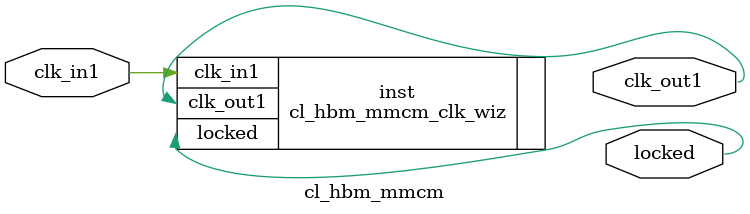
<source format=v>


`timescale 1ps/1ps

(* CORE_GENERATION_INFO = "cl_hbm_mmcm,clk_wiz_v6_0_14_0_0,{component_name=cl_hbm_mmcm,use_phase_alignment=false,use_min_o_jitter=false,use_max_i_jitter=false,use_dyn_phase_shift=false,use_inclk_switchover=false,use_dyn_reconfig=false,enable_axi=0,feedback_source=FDBK_AUTO,PRIMITIVE=MMCM,num_out_clk=1,clkin1_period=10.000,clkin2_period=10.000,use_power_down=false,use_reset=false,use_locked=true,use_inclk_stopped=false,feedback_type=SINGLE,CLOCK_MGR_TYPE=NA,manual_override=false}" *)

module cl_hbm_mmcm 
 (
  // Clock out ports
  output        clk_out1,
  // Status and control signals
  output        locked,
 // Clock in ports
  input         clk_in1
 );

  cl_hbm_mmcm_clk_wiz inst
  (
  // Clock out ports  
  .clk_out1(clk_out1),
  // Status and control signals               
  .locked(locked),
 // Clock in ports
  .clk_in1(clk_in1)
  );

endmodule

</source>
